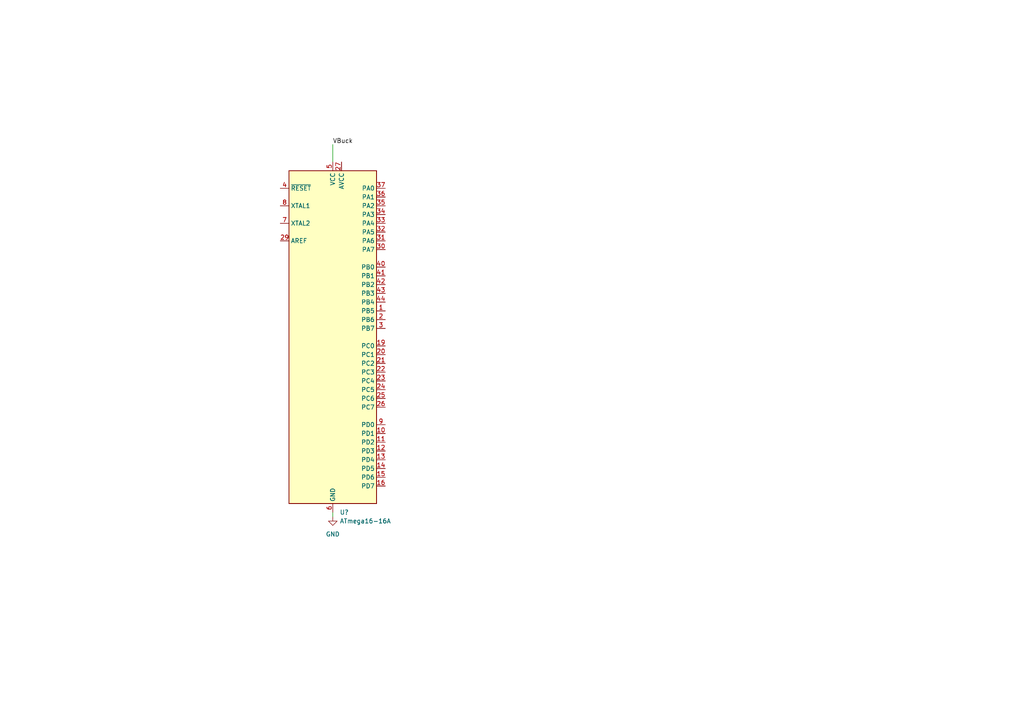
<source format=kicad_sch>
(kicad_sch (version 20211123) (generator eeschema)

  (uuid 3a1cced3-67f9-4783-9e5d-e977396412a3)

  (paper "A4")

  (lib_symbols
    (symbol "MCU_Microchip_ATmega:ATmega16-16A" (in_bom yes) (on_board yes)
      (property "Reference" "U" (id 0) (at -12.7 49.53 0)
        (effects (font (size 1.27 1.27)) (justify left bottom))
      )
      (property "Value" "ATmega16-16A" (id 1) (at 2.54 -49.53 0)
        (effects (font (size 1.27 1.27)) (justify left top))
      )
      (property "Footprint" "Package_QFP:TQFP-44_10x10mm_P0.8mm" (id 2) (at 0 0 0)
        (effects (font (size 1.27 1.27) italic) hide)
      )
      (property "Datasheet" "http://ww1.microchip.com/downloads/en/DeviceDoc/doc2466.pdf" (id 3) (at 0 0 0)
        (effects (font (size 1.27 1.27)) hide)
      )
      (property "ki_keywords" "AVR 8bit Microcontroller MegaAVR" (id 4) (at 0 0 0)
        (effects (font (size 1.27 1.27)) hide)
      )
      (property "ki_description" "16MHz, 16kB Flash, 1kB SRAM, 512B EEPROM, JTAG, TQFP-44" (id 5) (at 0 0 0)
        (effects (font (size 1.27 1.27)) hide)
      )
      (property "ki_fp_filters" "TQFP*10x10mm*P0.8mm*" (id 6) (at 0 0 0)
        (effects (font (size 1.27 1.27)) hide)
      )
      (symbol "ATmega16-16A_0_1"
        (rectangle (start -12.7 -48.26) (end 12.7 48.26)
          (stroke (width 0.254) (type default) (color 0 0 0 0))
          (fill (type background))
        )
      )
      (symbol "ATmega16-16A_1_1"
        (pin bidirectional line (at 15.24 7.62 180) (length 2.54)
          (name "PB5" (effects (font (size 1.27 1.27))))
          (number "1" (effects (font (size 1.27 1.27))))
        )
        (pin bidirectional line (at 15.24 -27.94 180) (length 2.54)
          (name "PD1" (effects (font (size 1.27 1.27))))
          (number "10" (effects (font (size 1.27 1.27))))
        )
        (pin bidirectional line (at 15.24 -30.48 180) (length 2.54)
          (name "PD2" (effects (font (size 1.27 1.27))))
          (number "11" (effects (font (size 1.27 1.27))))
        )
        (pin bidirectional line (at 15.24 -33.02 180) (length 2.54)
          (name "PD3" (effects (font (size 1.27 1.27))))
          (number "12" (effects (font (size 1.27 1.27))))
        )
        (pin bidirectional line (at 15.24 -35.56 180) (length 2.54)
          (name "PD4" (effects (font (size 1.27 1.27))))
          (number "13" (effects (font (size 1.27 1.27))))
        )
        (pin bidirectional line (at 15.24 -38.1 180) (length 2.54)
          (name "PD5" (effects (font (size 1.27 1.27))))
          (number "14" (effects (font (size 1.27 1.27))))
        )
        (pin bidirectional line (at 15.24 -40.64 180) (length 2.54)
          (name "PD6" (effects (font (size 1.27 1.27))))
          (number "15" (effects (font (size 1.27 1.27))))
        )
        (pin bidirectional line (at 15.24 -43.18 180) (length 2.54)
          (name "PD7" (effects (font (size 1.27 1.27))))
          (number "16" (effects (font (size 1.27 1.27))))
        )
        (pin passive line (at 0 50.8 270) (length 2.54) hide
          (name "VCC" (effects (font (size 1.27 1.27))))
          (number "17" (effects (font (size 1.27 1.27))))
        )
        (pin passive line (at 0 -50.8 90) (length 2.54) hide
          (name "GND" (effects (font (size 1.27 1.27))))
          (number "18" (effects (font (size 1.27 1.27))))
        )
        (pin bidirectional line (at 15.24 -2.54 180) (length 2.54)
          (name "PC0" (effects (font (size 1.27 1.27))))
          (number "19" (effects (font (size 1.27 1.27))))
        )
        (pin bidirectional line (at 15.24 5.08 180) (length 2.54)
          (name "PB6" (effects (font (size 1.27 1.27))))
          (number "2" (effects (font (size 1.27 1.27))))
        )
        (pin bidirectional line (at 15.24 -5.08 180) (length 2.54)
          (name "PC1" (effects (font (size 1.27 1.27))))
          (number "20" (effects (font (size 1.27 1.27))))
        )
        (pin bidirectional line (at 15.24 -7.62 180) (length 2.54)
          (name "PC2" (effects (font (size 1.27 1.27))))
          (number "21" (effects (font (size 1.27 1.27))))
        )
        (pin bidirectional line (at 15.24 -10.16 180) (length 2.54)
          (name "PC3" (effects (font (size 1.27 1.27))))
          (number "22" (effects (font (size 1.27 1.27))))
        )
        (pin bidirectional line (at 15.24 -12.7 180) (length 2.54)
          (name "PC4" (effects (font (size 1.27 1.27))))
          (number "23" (effects (font (size 1.27 1.27))))
        )
        (pin bidirectional line (at 15.24 -15.24 180) (length 2.54)
          (name "PC5" (effects (font (size 1.27 1.27))))
          (number "24" (effects (font (size 1.27 1.27))))
        )
        (pin bidirectional line (at 15.24 -17.78 180) (length 2.54)
          (name "PC6" (effects (font (size 1.27 1.27))))
          (number "25" (effects (font (size 1.27 1.27))))
        )
        (pin bidirectional line (at 15.24 -20.32 180) (length 2.54)
          (name "PC7" (effects (font (size 1.27 1.27))))
          (number "26" (effects (font (size 1.27 1.27))))
        )
        (pin power_in line (at 2.54 50.8 270) (length 2.54)
          (name "AVCC" (effects (font (size 1.27 1.27))))
          (number "27" (effects (font (size 1.27 1.27))))
        )
        (pin passive line (at 0 -50.8 90) (length 2.54) hide
          (name "GND" (effects (font (size 1.27 1.27))))
          (number "28" (effects (font (size 1.27 1.27))))
        )
        (pin passive line (at -15.24 27.94 0) (length 2.54)
          (name "AREF" (effects (font (size 1.27 1.27))))
          (number "29" (effects (font (size 1.27 1.27))))
        )
        (pin bidirectional line (at 15.24 2.54 180) (length 2.54)
          (name "PB7" (effects (font (size 1.27 1.27))))
          (number "3" (effects (font (size 1.27 1.27))))
        )
        (pin bidirectional line (at 15.24 25.4 180) (length 2.54)
          (name "PA7" (effects (font (size 1.27 1.27))))
          (number "30" (effects (font (size 1.27 1.27))))
        )
        (pin bidirectional line (at 15.24 27.94 180) (length 2.54)
          (name "PA6" (effects (font (size 1.27 1.27))))
          (number "31" (effects (font (size 1.27 1.27))))
        )
        (pin bidirectional line (at 15.24 30.48 180) (length 2.54)
          (name "PA5" (effects (font (size 1.27 1.27))))
          (number "32" (effects (font (size 1.27 1.27))))
        )
        (pin bidirectional line (at 15.24 33.02 180) (length 2.54)
          (name "PA4" (effects (font (size 1.27 1.27))))
          (number "33" (effects (font (size 1.27 1.27))))
        )
        (pin bidirectional line (at 15.24 35.56 180) (length 2.54)
          (name "PA3" (effects (font (size 1.27 1.27))))
          (number "34" (effects (font (size 1.27 1.27))))
        )
        (pin bidirectional line (at 15.24 38.1 180) (length 2.54)
          (name "PA2" (effects (font (size 1.27 1.27))))
          (number "35" (effects (font (size 1.27 1.27))))
        )
        (pin bidirectional line (at 15.24 40.64 180) (length 2.54)
          (name "PA1" (effects (font (size 1.27 1.27))))
          (number "36" (effects (font (size 1.27 1.27))))
        )
        (pin bidirectional line (at 15.24 43.18 180) (length 2.54)
          (name "PA0" (effects (font (size 1.27 1.27))))
          (number "37" (effects (font (size 1.27 1.27))))
        )
        (pin passive line (at 0 50.8 270) (length 2.54) hide
          (name "VCC" (effects (font (size 1.27 1.27))))
          (number "38" (effects (font (size 1.27 1.27))))
        )
        (pin passive line (at 0 -50.8 90) (length 2.54) hide
          (name "GND" (effects (font (size 1.27 1.27))))
          (number "39" (effects (font (size 1.27 1.27))))
        )
        (pin input line (at -15.24 43.18 0) (length 2.54)
          (name "~{RESET}" (effects (font (size 1.27 1.27))))
          (number "4" (effects (font (size 1.27 1.27))))
        )
        (pin bidirectional line (at 15.24 20.32 180) (length 2.54)
          (name "PB0" (effects (font (size 1.27 1.27))))
          (number "40" (effects (font (size 1.27 1.27))))
        )
        (pin bidirectional line (at 15.24 17.78 180) (length 2.54)
          (name "PB1" (effects (font (size 1.27 1.27))))
          (number "41" (effects (font (size 1.27 1.27))))
        )
        (pin bidirectional line (at 15.24 15.24 180) (length 2.54)
          (name "PB2" (effects (font (size 1.27 1.27))))
          (number "42" (effects (font (size 1.27 1.27))))
        )
        (pin bidirectional line (at 15.24 12.7 180) (length 2.54)
          (name "PB3" (effects (font (size 1.27 1.27))))
          (number "43" (effects (font (size 1.27 1.27))))
        )
        (pin bidirectional line (at 15.24 10.16 180) (length 2.54)
          (name "PB4" (effects (font (size 1.27 1.27))))
          (number "44" (effects (font (size 1.27 1.27))))
        )
        (pin power_in line (at 0 50.8 270) (length 2.54)
          (name "VCC" (effects (font (size 1.27 1.27))))
          (number "5" (effects (font (size 1.27 1.27))))
        )
        (pin power_in line (at 0 -50.8 90) (length 2.54)
          (name "GND" (effects (font (size 1.27 1.27))))
          (number "6" (effects (font (size 1.27 1.27))))
        )
        (pin output line (at -15.24 33.02 0) (length 2.54)
          (name "XTAL2" (effects (font (size 1.27 1.27))))
          (number "7" (effects (font (size 1.27 1.27))))
        )
        (pin input line (at -15.24 38.1 0) (length 2.54)
          (name "XTAL1" (effects (font (size 1.27 1.27))))
          (number "8" (effects (font (size 1.27 1.27))))
        )
        (pin bidirectional line (at 15.24 -25.4 180) (length 2.54)
          (name "PD0" (effects (font (size 1.27 1.27))))
          (number "9" (effects (font (size 1.27 1.27))))
        )
      )
    )
    (symbol "power:GND" (power) (pin_names (offset 0)) (in_bom yes) (on_board yes)
      (property "Reference" "#PWR" (id 0) (at 0 -6.35 0)
        (effects (font (size 1.27 1.27)) hide)
      )
      (property "Value" "GND" (id 1) (at 0 -3.81 0)
        (effects (font (size 1.27 1.27)))
      )
      (property "Footprint" "" (id 2) (at 0 0 0)
        (effects (font (size 1.27 1.27)) hide)
      )
      (property "Datasheet" "" (id 3) (at 0 0 0)
        (effects (font (size 1.27 1.27)) hide)
      )
      (property "ki_keywords" "power-flag" (id 4) (at 0 0 0)
        (effects (font (size 1.27 1.27)) hide)
      )
      (property "ki_description" "Power symbol creates a global label with name \"GND\" , ground" (id 5) (at 0 0 0)
        (effects (font (size 1.27 1.27)) hide)
      )
      (symbol "GND_0_1"
        (polyline
          (pts
            (xy 0 0)
            (xy 0 -1.27)
            (xy 1.27 -1.27)
            (xy 0 -2.54)
            (xy -1.27 -1.27)
            (xy 0 -1.27)
          )
          (stroke (width 0) (type default) (color 0 0 0 0))
          (fill (type none))
        )
      )
      (symbol "GND_1_1"
        (pin power_in line (at 0 0 270) (length 0) hide
          (name "GND" (effects (font (size 1.27 1.27))))
          (number "1" (effects (font (size 1.27 1.27))))
        )
      )
    )
  )


  (wire (pts (xy 96.52 148.59) (xy 96.52 149.86))
    (stroke (width 0) (type default) (color 0 0 0 0))
    (uuid 288b3f2c-6a5d-414d-abac-d0d4e5245999)
  )
  (wire (pts (xy 96.52 41.91) (xy 96.52 46.99))
    (stroke (width 0) (type default) (color 0 0 0 0))
    (uuid f1b9d753-589a-40b6-9806-7934208e1692)
  )

  (label "VBuck" (at 96.52 41.91 0)
    (effects (font (size 1.27 1.27)) (justify left bottom))
    (uuid 2fd6f24a-36f3-45c5-a2ee-75087f0a8fc4)
  )

  (symbol (lib_id "power:GND") (at 96.52 149.86 0) (unit 1)
    (in_bom yes) (on_board yes) (fields_autoplaced)
    (uuid 7f5e149f-2dc0-400c-816d-52414046346f)
    (property "Reference" "#PWR?" (id 0) (at 96.52 156.21 0)
      (effects (font (size 1.27 1.27)) hide)
    )
    (property "Value" "GND" (id 1) (at 96.52 154.94 0))
    (property "Footprint" "" (id 2) (at 96.52 149.86 0)
      (effects (font (size 1.27 1.27)) hide)
    )
    (property "Datasheet" "" (id 3) (at 96.52 149.86 0)
      (effects (font (size 1.27 1.27)) hide)
    )
    (pin "1" (uuid ef027401-fe73-41d8-b04f-4020ca918c9d))
  )

  (symbol (lib_id "MCU_Microchip_ATmega:ATmega16-16A") (at 96.52 97.79 0) (unit 1)
    (in_bom yes) (on_board yes) (fields_autoplaced)
    (uuid b8bee7e7-c9bd-42f3-a319-64081aab92b3)
    (property "Reference" "U?" (id 0) (at 98.5394 148.59 0)
      (effects (font (size 1.27 1.27)) (justify left))
    )
    (property "Value" "ATmega16-16A" (id 1) (at 98.5394 151.13 0)
      (effects (font (size 1.27 1.27)) (justify left))
    )
    (property "Footprint" "Package_QFP:TQFP-44_10x10mm_P0.8mm" (id 2) (at 96.52 97.79 0)
      (effects (font (size 1.27 1.27) italic) hide)
    )
    (property "Datasheet" "http://ww1.microchip.com/downloads/en/DeviceDoc/doc2466.pdf" (id 3) (at 96.52 97.79 0)
      (effects (font (size 1.27 1.27)) hide)
    )
    (pin "1" (uuid d42506d8-73f8-4259-aadb-6b303d2e0ceb))
    (pin "10" (uuid e3844f31-427b-4868-ae38-db997b2b8c0a))
    (pin "11" (uuid b8b966b4-6c59-46bb-aa71-3c1c1a4ed739))
    (pin "12" (uuid 72862f26-8d4b-4f58-8d7d-0fefa052f600))
    (pin "13" (uuid 0ca8e0cc-4ed8-4c36-92fb-522310643102))
    (pin "14" (uuid 1f51f668-251b-4b6f-a297-314b67083c5c))
    (pin "15" (uuid 29b7925a-70c5-4723-9578-1ef7e883c236))
    (pin "16" (uuid d22d2c62-76ee-4f86-a51b-4c7c873d81e7))
    (pin "17" (uuid b0a5646f-ec24-486c-9a58-fcdfe3b9f030))
    (pin "18" (uuid 5b18dc8e-3f61-4520-ada8-fd05f42bfde6))
    (pin "19" (uuid 9a1401f4-fad3-476a-ade0-0abe9b67f7b2))
    (pin "2" (uuid 97d62d07-66e5-4fbb-919e-4ea3e4ac412f))
    (pin "20" (uuid d4d60ff0-8dc7-4b99-b84b-c77b234de879))
    (pin "21" (uuid 3696abb8-2bde-487f-94ed-e6f307837b01))
    (pin "22" (uuid 91c932e6-034e-4803-ba61-9cac6ce5d893))
    (pin "23" (uuid 6037adf1-5cd3-4550-8e53-ff9a2bad0377))
    (pin "24" (uuid c15152d2-e39a-47b0-b9cf-500111c5a0a3))
    (pin "25" (uuid 3c9e8f7d-48da-4223-a9fc-04966232017a))
    (pin "26" (uuid f39ffca9-2e5c-46b0-baa7-74e30ac2c346))
    (pin "27" (uuid 42cf31b6-04b7-4f6d-a5d3-37839e3a09a5))
    (pin "28" (uuid 7e7d67ec-5bba-4bb2-9d0e-d5231d6b3aec))
    (pin "29" (uuid 1e1717a1-a547-4e0f-a79d-486387234404))
    (pin "3" (uuid 5e6bec5f-68d9-441d-b0d5-bb7c8a6d7a5e))
    (pin "30" (uuid 549860c9-6f91-4026-9bc5-8513dcc8e4c1))
    (pin "31" (uuid 320268ff-4dea-4fbe-8a19-1449789c6f86))
    (pin "32" (uuid bbafc234-b334-4679-be6d-073fc1c644da))
    (pin "33" (uuid caad10ae-7fe3-4432-a893-4bc3afad2bda))
    (pin "34" (uuid d9e029f0-1e5d-40b3-897e-4eef15bc29a1))
    (pin "35" (uuid 18ec5c68-76ca-405a-8486-bb27f9ebb4eb))
    (pin "36" (uuid f320684c-e090-4b35-a0fd-1c940a08ce14))
    (pin "37" (uuid d602a95d-8352-4fee-907f-f5034abfc536))
    (pin "38" (uuid 7eda0798-8e60-4a00-94cb-9ec4122e4e80))
    (pin "39" (uuid 68da14bb-378c-4a30-adc7-90a9aacba819))
    (pin "4" (uuid 9f579d57-7d3f-474b-8342-4adb168c98c4))
    (pin "40" (uuid 277ebf18-769d-4118-8cf7-3869839e874b))
    (pin "41" (uuid 0bdb769d-731e-4b9c-8737-1123326c63aa))
    (pin "42" (uuid 9b567453-6b6e-4a58-9e1c-fef4f920a963))
    (pin "43" (uuid 826aa14b-cfa0-41bf-9a71-acdc9c21cefd))
    (pin "44" (uuid afacbe22-0184-4634-ba40-035ac85d45c5))
    (pin "5" (uuid 328bbeaa-1e99-4cde-bba9-cde1d36b756d))
    (pin "6" (uuid 3b7d1f6c-74e8-46a6-84e6-f837c92559b6))
    (pin "7" (uuid 827987b3-8f71-45e9-935a-5eb1aa0f0a8b))
    (pin "8" (uuid 687a5995-2c6d-4203-86d2-22032a9235ca))
    (pin "9" (uuid 97cd4947-f236-46f3-a889-968c2835aec7))
  )

  (sheet_instances
    (path "/" (page "1"))
  )

  (symbol_instances
    (path "/7f5e149f-2dc0-400c-816d-52414046346f"
      (reference "#PWR?") (unit 1) (value "GND") (footprint "")
    )
    (path "/b8bee7e7-c9bd-42f3-a319-64081aab92b3"
      (reference "U?") (unit 1) (value "ATmega16-16A") (footprint "Package_QFP:TQFP-44_10x10mm_P0.8mm")
    )
  )
)

</source>
